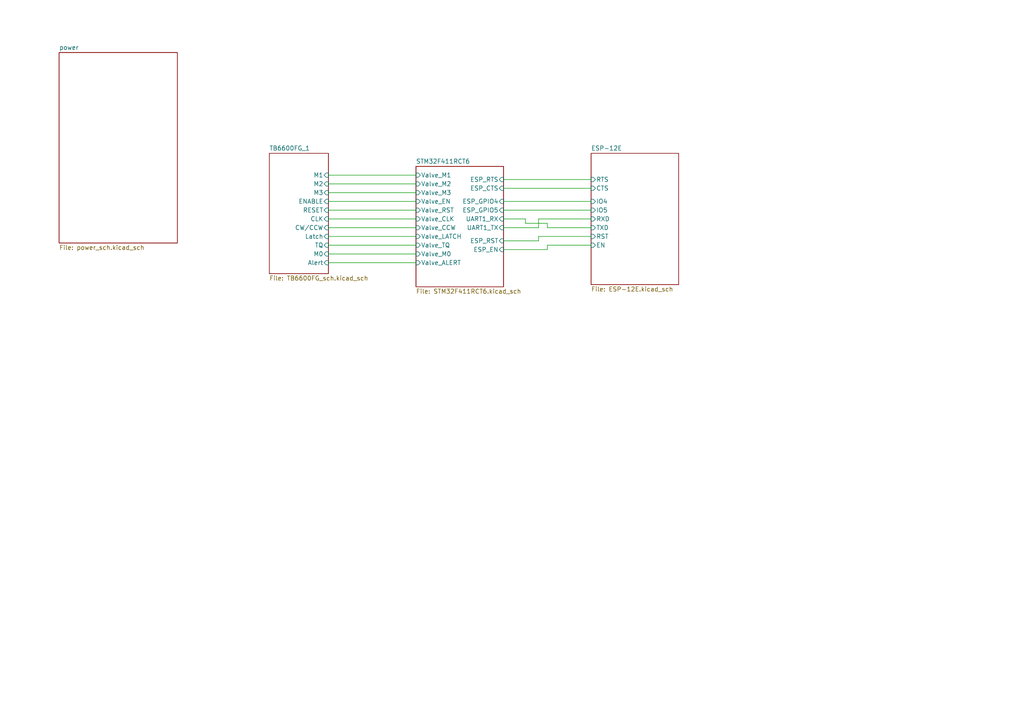
<source format=kicad_sch>
(kicad_sch
	(version 20231120)
	(generator "eeschema")
	(generator_version "8.0")
	(uuid "27d2bf7f-c489-4213-967e-cce53c98971e")
	(paper "A4")
	(lib_symbols)
	(wire
		(pts
			(xy 156.21 68.58) (xy 171.45 68.58)
		)
		(stroke
			(width 0)
			(type default)
		)
		(uuid "0162c3aa-004e-4d28-b481-6bdec096999e")
	)
	(wire
		(pts
			(xy 158.75 72.39) (xy 158.75 71.12)
		)
		(stroke
			(width 0)
			(type default)
		)
		(uuid "11c92b12-8182-435f-8fd1-6c48200af966")
	)
	(wire
		(pts
			(xy 95.25 63.5) (xy 120.65 63.5)
		)
		(stroke
			(width 0)
			(type default)
		)
		(uuid "12ac9429-b08b-498e-acc3-bbee6cb284f5")
	)
	(wire
		(pts
			(xy 95.25 50.8) (xy 120.65 50.8)
		)
		(stroke
			(width 0)
			(type default)
		)
		(uuid "15740d9f-cdee-433f-beb8-395770418c66")
	)
	(wire
		(pts
			(xy 146.05 69.85) (xy 156.21 69.85)
		)
		(stroke
			(width 0)
			(type default)
		)
		(uuid "32b1cd36-72a2-491c-8267-b1f63a8d42bf")
	)
	(wire
		(pts
			(xy 158.75 64.77) (xy 158.75 66.04)
		)
		(stroke
			(width 0)
			(type default)
		)
		(uuid "36788624-f978-4238-8282-21ae6eb6eb15")
	)
	(wire
		(pts
			(xy 95.25 68.58) (xy 120.65 68.58)
		)
		(stroke
			(width 0)
			(type default)
		)
		(uuid "37fef5d4-5a01-4d66-86ee-39e966a9dcab")
	)
	(wire
		(pts
			(xy 95.25 71.12) (xy 120.65 71.12)
		)
		(stroke
			(width 0)
			(type default)
		)
		(uuid "414384e1-a628-43a6-b4c7-b86de49130cf")
	)
	(wire
		(pts
			(xy 152.4 63.5) (xy 152.4 64.77)
		)
		(stroke
			(width 0)
			(type default)
		)
		(uuid "495e1ed1-3c49-4873-9b57-8c8d4bfd0321")
	)
	(wire
		(pts
			(xy 146.05 52.07) (xy 171.45 52.07)
		)
		(stroke
			(width 0)
			(type default)
		)
		(uuid "4ef733cf-6735-43f5-9908-ff0aed71f2ea")
	)
	(wire
		(pts
			(xy 146.05 63.5) (xy 152.4 63.5)
		)
		(stroke
			(width 0)
			(type default)
		)
		(uuid "5dc51a3b-2e32-405d-9043-969477ce18a9")
	)
	(wire
		(pts
			(xy 95.25 60.96) (xy 120.65 60.96)
		)
		(stroke
			(width 0)
			(type default)
		)
		(uuid "6b428621-7a34-422d-a91b-809c0f497b58")
	)
	(wire
		(pts
			(xy 156.21 63.5) (xy 171.45 63.5)
		)
		(stroke
			(width 0)
			(type default)
		)
		(uuid "739a895c-b9da-449e-bad0-36bbc22f7363")
	)
	(wire
		(pts
			(xy 158.75 71.12) (xy 171.45 71.12)
		)
		(stroke
			(width 0)
			(type default)
		)
		(uuid "7ed425a3-f5d6-4c5d-b35a-76264e62687c")
	)
	(wire
		(pts
			(xy 146.05 72.39) (xy 158.75 72.39)
		)
		(stroke
			(width 0)
			(type default)
		)
		(uuid "808ecd71-58ed-41f8-883f-dfbfea81049a")
	)
	(wire
		(pts
			(xy 146.05 66.04) (xy 156.21 66.04)
		)
		(stroke
			(width 0)
			(type default)
		)
		(uuid "87551aea-be14-4a7c-b626-d0e263677c3b")
	)
	(wire
		(pts
			(xy 95.25 55.88) (xy 120.65 55.88)
		)
		(stroke
			(width 0)
			(type default)
		)
		(uuid "88701f29-dda1-4325-a87a-25fe1745ecf7")
	)
	(wire
		(pts
			(xy 146.05 54.61) (xy 171.45 54.61)
		)
		(stroke
			(width 0)
			(type default)
		)
		(uuid "961d333d-1f2a-49e9-97a8-cc07bd273c35")
	)
	(wire
		(pts
			(xy 146.05 60.96) (xy 171.45 60.96)
		)
		(stroke
			(width 0)
			(type default)
		)
		(uuid "9da6da1a-cf98-43ad-94ba-0f66e336c9bb")
	)
	(wire
		(pts
			(xy 95.25 73.66) (xy 120.65 73.66)
		)
		(stroke
			(width 0)
			(type default)
		)
		(uuid "a60f8500-833b-4f3f-9177-e3b239e55a3f")
	)
	(wire
		(pts
			(xy 158.75 66.04) (xy 171.45 66.04)
		)
		(stroke
			(width 0)
			(type default)
		)
		(uuid "ab4e2051-fbc8-41ad-89b4-af640aa2c9f7")
	)
	(wire
		(pts
			(xy 95.25 66.04) (xy 120.65 66.04)
		)
		(stroke
			(width 0)
			(type default)
		)
		(uuid "ab5cfd9b-7be6-4bd1-9968-e5af2f7f9106")
	)
	(wire
		(pts
			(xy 152.4 64.77) (xy 158.75 64.77)
		)
		(stroke
			(width 0)
			(type default)
		)
		(uuid "cb747c51-65b7-4bd8-b091-089618c99377")
	)
	(wire
		(pts
			(xy 95.25 58.42) (xy 120.65 58.42)
		)
		(stroke
			(width 0)
			(type default)
		)
		(uuid "d1fe6c48-ab8e-4125-b390-713dfa223e1c")
	)
	(wire
		(pts
			(xy 156.21 69.85) (xy 156.21 68.58)
		)
		(stroke
			(width 0)
			(type default)
		)
		(uuid "d6974ed6-ab55-48e7-80d2-8739ff24d6ca")
	)
	(wire
		(pts
			(xy 156.21 66.04) (xy 156.21 63.5)
		)
		(stroke
			(width 0)
			(type default)
		)
		(uuid "f296b08e-2f72-4b0b-bbad-f6951ef17ff7")
	)
	(wire
		(pts
			(xy 146.05 58.42) (xy 171.45 58.42)
		)
		(stroke
			(width 0)
			(type default)
		)
		(uuid "f683715e-9249-437f-8c95-2bba14709a1c")
	)
	(wire
		(pts
			(xy 95.25 53.34) (xy 120.65 53.34)
		)
		(stroke
			(width 0)
			(type default)
		)
		(uuid "feb26a9d-a5f6-4b41-b0b7-598999e66383")
	)
	(wire
		(pts
			(xy 95.25 76.2) (xy 120.65 76.2)
		)
		(stroke
			(width 0)
			(type default)
		)
		(uuid "ffe19630-c8ae-435b-8c3c-5269613547d5")
	)
	(sheet
		(at 78.105 44.45)
		(size 17.145 34.925)
		(fields_autoplaced yes)
		(stroke
			(width 0.1524)
			(type solid)
		)
		(fill
			(color 0 0 0 0.0000)
		)
		(uuid "0a48d93a-233d-46a3-aaff-17ad42032274")
		(property "Sheetname" "TB6600FG_1"
			(at 78.105 43.7384 0)
			(effects
				(font
					(size 1.27 1.27)
				)
				(justify left bottom)
			)
		)
		(property "Sheetfile" "TB6600FG_sch.kicad_sch"
			(at 78.105 79.9596 0)
			(effects
				(font
					(size 1.27 1.27)
				)
				(justify left top)
			)
		)
		(pin "RESET" input
			(at 95.25 60.96 0)
			(effects
				(font
					(size 1.27 1.27)
				)
				(justify right)
			)
			(uuid "5561d2cf-6ea6-4797-b375-aa3f3dc40fd8")
		)
		(pin "CW{slash}CCW" input
			(at 95.25 66.04 0)
			(effects
				(font
					(size 1.27 1.27)
				)
				(justify right)
			)
			(uuid "d201cd93-adf5-4a14-b0c2-e646b270a1ac")
		)
		(pin "Latch" input
			(at 95.25 68.58 0)
			(effects
				(font
					(size 1.27 1.27)
				)
				(justify right)
			)
			(uuid "3092d546-cb39-4639-b4cd-1d266d4644c3")
		)
		(pin "ENABLE" input
			(at 95.25 58.42 0)
			(effects
				(font
					(size 1.27 1.27)
				)
				(justify right)
			)
			(uuid "8431555a-6f9a-4b12-8373-b0034b9987c7")
		)
		(pin "CLK" input
			(at 95.25 63.5 0)
			(effects
				(font
					(size 1.27 1.27)
				)
				(justify right)
			)
			(uuid "8be40e37-a473-49a0-991b-1877638d7d8c")
		)
		(pin "TQ" input
			(at 95.25 71.12 0)
			(effects
				(font
					(size 1.27 1.27)
				)
				(justify right)
			)
			(uuid "9c63e374-e9cd-4d05-9617-1a5b77ab576e")
		)
		(pin "M0" input
			(at 95.25 73.66 0)
			(effects
				(font
					(size 1.27 1.27)
				)
				(justify right)
			)
			(uuid "37a7cc05-e88b-4b1f-835e-1f35bd4ed1bc")
		)
		(pin "M1" input
			(at 95.25 50.8 0)
			(effects
				(font
					(size 1.27 1.27)
				)
				(justify right)
			)
			(uuid "4aa3ee9c-baa1-4f44-9c5b-fc1905260f20")
		)
		(pin "M2" input
			(at 95.25 53.34 0)
			(effects
				(font
					(size 1.27 1.27)
				)
				(justify right)
			)
			(uuid "a3b160c4-dc9c-4fe3-aacc-9d312385ccb1")
		)
		(pin "M3" input
			(at 95.25 55.88 0)
			(effects
				(font
					(size 1.27 1.27)
				)
				(justify right)
			)
			(uuid "fc2479fd-bea7-4c69-9dbb-1f67bcce5a7b")
		)
		(pin "Alert" input
			(at 95.25 76.2 0)
			(effects
				(font
					(size 1.27 1.27)
				)
				(justify right)
			)
			(uuid "862b7fe3-efc3-43f5-9547-b22dc058f9da")
		)
		(instances
			(project "StartTech_Valve"
				(path "/27d2bf7f-c489-4213-967e-cce53c98971e"
					(page "3")
				)
			)
		)
	)
	(sheet
		(at 120.65 48.26)
		(size 25.4 34.925)
		(fields_autoplaced yes)
		(stroke
			(width 0.1524)
			(type solid)
		)
		(fill
			(color 0 0 0 0.0000)
		)
		(uuid "0c155b93-3119-4d36-8c4f-ed2f0e73a404")
		(property "Sheetname" "STM32F411RCT6"
			(at 120.65 47.5484 0)
			(effects
				(font
					(size 1.27 1.27)
				)
				(justify left bottom)
			)
		)
		(property "Sheetfile" "STM32F411RCT6.kicad_sch"
			(at 120.65 83.7696 0)
			(effects
				(font
					(size 1.27 1.27)
				)
				(justify left top)
			)
		)
		(pin "Valve_M1" input
			(at 120.65 50.8 180)
			(effects
				(font
					(size 1.27 1.27)
				)
				(justify left)
			)
			(uuid "dc85aa07-c06a-4574-aa62-531d29cfc60e")
		)
		(pin "Valve_M2" input
			(at 120.65 53.34 180)
			(effects
				(font
					(size 1.27 1.27)
				)
				(justify left)
			)
			(uuid "24ccbc08-48a0-4e97-b5c2-b9c6c4dfd447")
		)
		(pin "Valve_M3" input
			(at 120.65 55.88 180)
			(effects
				(font
					(size 1.27 1.27)
				)
				(justify left)
			)
			(uuid "82b49d18-dc9c-449d-bbd7-474f2e8f53ef")
		)
		(pin "Valve_EN" input
			(at 120.65 58.42 180)
			(effects
				(font
					(size 1.27 1.27)
				)
				(justify left)
			)
			(uuid "88530edf-d717-425a-8efc-798059664190")
		)
		(pin "ESP_RST" input
			(at 146.05 69.85 0)
			(effects
				(font
					(size 1.27 1.27)
				)
				(justify right)
			)
			(uuid "17f2493c-d06a-4e97-8588-e3e0c1d52ab7")
		)
		(pin "Valve_RST" input
			(at 120.65 60.96 180)
			(effects
				(font
					(size 1.27 1.27)
				)
				(justify left)
			)
			(uuid "dcb06daa-66a6-4ce8-822c-0c439e2f2735")
		)
		(pin "Valve_CLK" input
			(at 120.65 63.5 180)
			(effects
				(font
					(size 1.27 1.27)
				)
				(justify left)
			)
			(uuid "ca21ac9b-ce96-41a5-8cbe-4fd25416bcfc")
		)
		(pin "Valve_CCW" input
			(at 120.65 66.04 180)
			(effects
				(font
					(size 1.27 1.27)
				)
				(justify left)
			)
			(uuid "b24d9ac0-284b-4bda-a423-6cf21b91f7fc")
		)
		(pin "Valve_LATCH" input
			(at 120.65 68.58 180)
			(effects
				(font
					(size 1.27 1.27)
				)
				(justify left)
			)
			(uuid "3278f6a4-b778-404a-8c58-8f0847882a7c")
		)
		(pin "Valve_TQ" input
			(at 120.65 71.12 180)
			(effects
				(font
					(size 1.27 1.27)
				)
				(justify left)
			)
			(uuid "cef31567-de25-4aae-9fe2-6106ad4bb7fa")
		)
		(pin "Valve_M0" input
			(at 120.65 73.66 180)
			(effects
				(font
					(size 1.27 1.27)
				)
				(justify left)
			)
			(uuid "4e6c3b98-1503-4548-8429-e3fec7c9f9e4")
		)
		(pin "Valve_ALERT" input
			(at 120.65 76.2 180)
			(effects
				(font
					(size 1.27 1.27)
				)
				(justify left)
			)
			(uuid "3e01df43-2dc3-4b62-9130-ab02dd0277dd")
		)
		(pin "ESP_EN" input
			(at 146.05 72.39 0)
			(effects
				(font
					(size 1.27 1.27)
				)
				(justify right)
			)
			(uuid "46621057-db4c-46e2-9919-40e87b39df59")
		)
		(pin "ESP_RTS" input
			(at 146.05 52.07 0)
			(effects
				(font
					(size 1.27 1.27)
				)
				(justify right)
			)
			(uuid "f79f196c-c800-4a25-943e-08a5c4ae837f")
		)
		(pin "ESP_GPIO4" input
			(at 146.05 58.42 0)
			(effects
				(font
					(size 1.27 1.27)
				)
				(justify right)
			)
			(uuid "3231a52e-1ccb-4d0f-bbe3-e16d31fcbbe7")
		)
		(pin "ESP_GPIO5" input
			(at 146.05 60.96 0)
			(effects
				(font
					(size 1.27 1.27)
				)
				(justify right)
			)
			(uuid "9b3ba3db-091a-43e9-b254-62410e87267e")
		)
		(pin "ESP_CTS" input
			(at 146.05 54.61 0)
			(effects
				(font
					(size 1.27 1.27)
				)
				(justify right)
			)
			(uuid "78f49fa5-cf03-4198-9e1e-520231b2e514")
		)
		(pin "UART1_RX" input
			(at 146.05 63.5 0)
			(effects
				(font
					(size 1.27 1.27)
				)
				(justify right)
			)
			(uuid "e7851496-3216-4160-a6af-9ed2d358488e")
		)
		(pin "UART1_TX" input
			(at 146.05 66.04 0)
			(effects
				(font
					(size 1.27 1.27)
				)
				(justify right)
			)
			(uuid "d40adae2-896d-4094-9894-cf64d6189231")
		)
		(instances
			(project "StartTech_Valve"
				(path "/27d2bf7f-c489-4213-967e-cce53c98971e"
					(page "5")
				)
			)
		)
	)
	(sheet
		(at 17.145 15.24)
		(size 34.29 55.245)
		(fields_autoplaced yes)
		(stroke
			(width 0.1524)
			(type solid)
		)
		(fill
			(color 0 0 0 0.0000)
		)
		(uuid "0dc918c4-c87e-4dfb-ad8b-3ff4f09191fa")
		(property "Sheetname" "power"
			(at 17.145 14.5284 0)
			(effects
				(font
					(size 1.27 1.27)
				)
				(justify left bottom)
			)
		)
		(property "Sheetfile" "power_sch.kicad_sch"
			(at 17.145 71.0696 0)
			(effects
				(font
					(size 1.27 1.27)
				)
				(justify left top)
			)
		)
		(instances
			(project "StartTech_Valve"
				(path "/27d2bf7f-c489-4213-967e-cce53c98971e"
					(page "2")
				)
			)
		)
	)
	(sheet
		(at 171.45 44.45)
		(size 25.4 38.1)
		(fields_autoplaced yes)
		(stroke
			(width 0.1524)
			(type solid)
		)
		(fill
			(color 0 0 0 0.0000)
		)
		(uuid "b3016e66-bdf3-438f-aa11-47196fe562c5")
		(property "Sheetname" "ESP-12E"
			(at 171.45 43.7384 0)
			(effects
				(font
					(size 1.27 1.27)
				)
				(justify left bottom)
			)
		)
		(property "Sheetfile" "ESP-12E.kicad_sch"
			(at 171.45 83.1346 0)
			(effects
				(font
					(size 1.27 1.27)
				)
				(justify left top)
			)
		)
		(pin "RST" input
			(at 171.45 68.58 180)
			(effects
				(font
					(size 1.27 1.27)
				)
				(justify left)
			)
			(uuid "24a813e2-bf8b-4959-838e-393e75c90dd5")
		)
		(pin "EN" input
			(at 171.45 71.12 180)
			(effects
				(font
					(size 1.27 1.27)
				)
				(justify left)
			)
			(uuid "d07b2581-f130-4cb0-8924-f02c92aea8cd")
		)
		(pin "CTS" input
			(at 171.45 54.61 180)
			(effects
				(font
					(size 1.27 1.27)
				)
				(justify left)
			)
			(uuid "5a314d29-8aaf-4836-a582-c6628862d3cd")
		)
		(pin "RTS" input
			(at 171.45 52.07 180)
			(effects
				(font
					(size 1.27 1.27)
				)
				(justify left)
			)
			(uuid "abc4100c-26be-46ea-becc-7f3dbcbb46bd")
		)
		(pin "IO4" input
			(at 171.45 58.42 180)
			(effects
				(font
					(size 1.27 1.27)
				)
				(justify left)
			)
			(uuid "a328f9f1-1120-42d1-b008-257f514c4fc9")
		)
		(pin "IO5" input
			(at 171.45 60.96 180)
			(effects
				(font
					(size 1.27 1.27)
				)
				(justify left)
			)
			(uuid "7dc38173-88c4-4e10-b66d-efc356e08101")
		)
		(pin "TXD" input
			(at 171.45 66.04 180)
			(effects
				(font
					(size 1.27 1.27)
				)
				(justify left)
			)
			(uuid "12c82d55-2adb-426a-b3fc-a572e89276f0")
		)
		(pin "RXD" input
			(at 171.45 63.5 180)
			(effects
				(font
					(size 1.27 1.27)
				)
				(justify left)
			)
			(uuid "199e7d64-111d-4a48-abf4-93600a5db956")
		)
		(instances
			(project "StartTech_Valve"
				(path "/27d2bf7f-c489-4213-967e-cce53c98971e"
					(page "5")
				)
			)
		)
	)
	(sheet_instances
		(path "/"
			(page "1")
		)
	)
)

</source>
